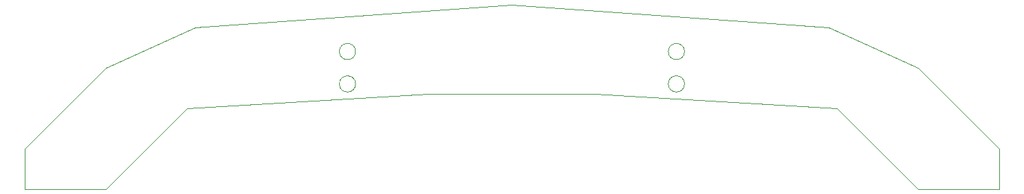
<source format=gbr>
%TF.GenerationSoftware,KiCad,Pcbnew,(5.1.7)-1*%
%TF.CreationDate,2021-05-03T22:05:59+02:00*%
%TF.ProjectId,KaszmirSensors,4b61737a-6d69-4725-9365-6e736f72732e,rev?*%
%TF.SameCoordinates,Original*%
%TF.FileFunction,Profile,NP*%
%FSLAX46Y46*%
G04 Gerber Fmt 4.6, Leading zero omitted, Abs format (unit mm)*
G04 Created by KiCad (PCBNEW (5.1.7)-1) date 2021-05-03 22:05:59*
%MOMM*%
%LPD*%
G01*
G04 APERTURE LIST*
%TA.AperFunction,Profile*%
%ADD10C,0.050000*%
%TD*%
G04 APERTURE END LIST*
D10*
X178250000Y-91750000D02*
X139250000Y-89000000D01*
X189250000Y-96750000D02*
X178250000Y-91750000D01*
X199250000Y-106750000D02*
X189250000Y-96750000D01*
X199250000Y-111750000D02*
X199250000Y-106750000D01*
X100250000Y-91750000D02*
X139250000Y-89000000D01*
X89250000Y-96750000D02*
X100250000Y-91750000D01*
X79250000Y-106750000D02*
X89250000Y-96750000D01*
X149500000Y-100000000D02*
X179250000Y-101750000D01*
X129000000Y-100000000D02*
X149500000Y-100000000D01*
X99250000Y-101750000D02*
X129000000Y-100000000D01*
X79250000Y-111750000D02*
X79250000Y-106750000D01*
X89250000Y-111750000D02*
X99250000Y-101750000D01*
X189250000Y-111750000D02*
X179250000Y-101750000D01*
X189250000Y-111750000D02*
X199250000Y-111750000D01*
X89250000Y-111750000D02*
X79250000Y-111750000D01*
X160500000Y-98750000D02*
G75*
G03*
X160500000Y-98750000I-1000000J0D01*
G01*
X160500000Y-94750000D02*
G75*
G03*
X160500000Y-94750000I-1000000J0D01*
G01*
X120000000Y-98750000D02*
G75*
G03*
X120000000Y-98750000I-1000000J0D01*
G01*
X120000000Y-94750000D02*
G75*
G03*
X120000000Y-94750000I-1000000J0D01*
G01*
M02*

</source>
